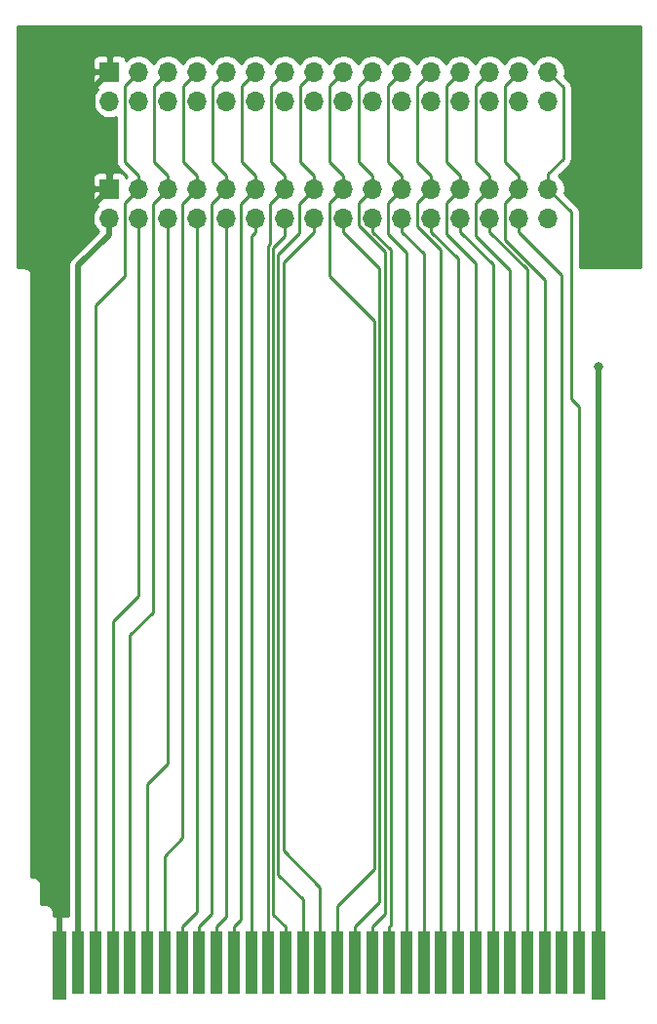
<source format=gtl>
%TF.GenerationSoftware,KiCad,Pcbnew,(5.1.10-1-10_14)*%
%TF.CreationDate,2023-04-29T19:49:45+08:00*%
%TF.ProjectId,GB_DevCartExtender_Mainboard,47425f44-6576-4436-9172-74457874656e,1.0*%
%TF.SameCoordinates,Original*%
%TF.FileFunction,Copper,L1,Top*%
%TF.FilePolarity,Positive*%
%FSLAX46Y46*%
G04 Gerber Fmt 4.6, Leading zero omitted, Abs format (unit mm)*
G04 Created by KiCad (PCBNEW (5.1.10-1-10_14)) date 2023-04-29 19:49:45*
%MOMM*%
%LPD*%
G01*
G04 APERTURE LIST*
%TA.AperFunction,ComponentPad*%
%ADD10O,1.700000X1.700000*%
%TD*%
%TA.AperFunction,ComponentPad*%
%ADD11R,1.700000X1.700000*%
%TD*%
%TA.AperFunction,ConnectorPad*%
%ADD12R,1.300000X6.000000*%
%TD*%
%TA.AperFunction,ConnectorPad*%
%ADD13R,1.000000X5.500000*%
%TD*%
%TA.AperFunction,ViaPad*%
%ADD14C,0.800000*%
%TD*%
%TA.AperFunction,Conductor*%
%ADD15C,0.500000*%
%TD*%
%TA.AperFunction,Conductor*%
%ADD16C,0.250000*%
%TD*%
%TA.AperFunction,Conductor*%
%ADD17C,0.254000*%
%TD*%
%TA.AperFunction,Conductor*%
%ADD18C,0.100000*%
%TD*%
G04 APERTURE END LIST*
D10*
%TO.P,J5,32*%
%TO.N,GND*%
X108650000Y-76500000D03*
%TO.P,J5,31*%
%TO.N,/AAudioIn*%
X108650000Y-73960000D03*
%TO.P,J5,30*%
%TO.N,/~ARST*%
X106110000Y-76500000D03*
%TO.P,J5,29*%
%TO.N,/AD7*%
X106110000Y-73960000D03*
%TO.P,J5,28*%
%TO.N,/AD6*%
X103570000Y-76500000D03*
%TO.P,J5,27*%
%TO.N,/AD5*%
X103570000Y-73960000D03*
%TO.P,J5,26*%
%TO.N,/AD4*%
X101030000Y-76500000D03*
%TO.P,J5,25*%
%TO.N,/AD3*%
X101030000Y-73960000D03*
%TO.P,J5,24*%
%TO.N,/AD2*%
X98490000Y-76500000D03*
%TO.P,J5,23*%
%TO.N,/AD1*%
X98490000Y-73960000D03*
%TO.P,J5,22*%
%TO.N,/AD0*%
X95950000Y-76500000D03*
%TO.P,J5,21*%
%TO.N,/AA15*%
X95950000Y-73960000D03*
%TO.P,J5,20*%
%TO.N,/AA14*%
X93410000Y-76500000D03*
%TO.P,J5,19*%
%TO.N,/AA13*%
X93410000Y-73960000D03*
%TO.P,J5,18*%
%TO.N,/AA12*%
X90870000Y-76500000D03*
%TO.P,J5,17*%
%TO.N,/AA11*%
X90870000Y-73960000D03*
%TO.P,J5,16*%
%TO.N,/AA10*%
X88330000Y-76500000D03*
%TO.P,J5,15*%
%TO.N,/AA9*%
X88330000Y-73960000D03*
%TO.P,J5,14*%
%TO.N,/AA8*%
X85790000Y-76500000D03*
%TO.P,J5,13*%
%TO.N,/AA7*%
X85790000Y-73960000D03*
%TO.P,J5,12*%
%TO.N,/AA6*%
X83250000Y-76500000D03*
%TO.P,J5,11*%
%TO.N,/AA5*%
X83250000Y-73960000D03*
%TO.P,J5,10*%
%TO.N,/AA4*%
X80710000Y-76500000D03*
%TO.P,J5,9*%
%TO.N,/AA3*%
X80710000Y-73960000D03*
%TO.P,J5,8*%
%TO.N,/AA2*%
X78170000Y-76500000D03*
%TO.P,J5,7*%
%TO.N,/AA1*%
X78170000Y-73960000D03*
%TO.P,J5,6*%
%TO.N,/AA0*%
X75630000Y-76500000D03*
%TO.P,J5,5*%
%TO.N,/~ASRAM_CS*%
X75630000Y-73960000D03*
%TO.P,J5,4*%
%TO.N,/~ARD*%
X73090000Y-76500000D03*
%TO.P,J5,3*%
%TO.N,/~AWR*%
X73090000Y-73960000D03*
%TO.P,J5,2*%
%TO.N,/ACLK*%
X70550000Y-76500000D03*
D11*
%TO.P,J5,1*%
%TO.N,+5V*%
X70550000Y-73960000D03*
%TD*%
D10*
%TO.P,J4,32*%
%TO.N,GND*%
X108650000Y-86660000D03*
%TO.P,J4,31*%
%TO.N,/AAudioIn*%
X108650000Y-84120000D03*
%TO.P,J4,30*%
%TO.N,/~ARST*%
X106110000Y-86660000D03*
%TO.P,J4,29*%
%TO.N,/AD7*%
X106110000Y-84120000D03*
%TO.P,J4,28*%
%TO.N,/AD6*%
X103570000Y-86660000D03*
%TO.P,J4,27*%
%TO.N,/AD5*%
X103570000Y-84120000D03*
%TO.P,J4,26*%
%TO.N,/AD4*%
X101030000Y-86660000D03*
%TO.P,J4,25*%
%TO.N,/AD3*%
X101030000Y-84120000D03*
%TO.P,J4,24*%
%TO.N,/AD2*%
X98490000Y-86660000D03*
%TO.P,J4,23*%
%TO.N,/AD1*%
X98490000Y-84120000D03*
%TO.P,J4,22*%
%TO.N,/AD0*%
X95950000Y-86660000D03*
%TO.P,J4,21*%
%TO.N,/AA15*%
X95950000Y-84120000D03*
%TO.P,J4,20*%
%TO.N,/AA14*%
X93410000Y-86660000D03*
%TO.P,J4,19*%
%TO.N,/AA13*%
X93410000Y-84120000D03*
%TO.P,J4,18*%
%TO.N,/AA12*%
X90870000Y-86660000D03*
%TO.P,J4,17*%
%TO.N,/AA11*%
X90870000Y-84120000D03*
%TO.P,J4,16*%
%TO.N,/AA10*%
X88330000Y-86660000D03*
%TO.P,J4,15*%
%TO.N,/AA9*%
X88330000Y-84120000D03*
%TO.P,J4,14*%
%TO.N,/AA8*%
X85790000Y-86660000D03*
%TO.P,J4,13*%
%TO.N,/AA7*%
X85790000Y-84120000D03*
%TO.P,J4,12*%
%TO.N,/AA6*%
X83250000Y-86660000D03*
%TO.P,J4,11*%
%TO.N,/AA5*%
X83250000Y-84120000D03*
%TO.P,J4,10*%
%TO.N,/AA4*%
X80710000Y-86660000D03*
%TO.P,J4,9*%
%TO.N,/AA3*%
X80710000Y-84120000D03*
%TO.P,J4,8*%
%TO.N,/AA2*%
X78170000Y-86660000D03*
%TO.P,J4,7*%
%TO.N,/AA1*%
X78170000Y-84120000D03*
%TO.P,J4,6*%
%TO.N,/AA0*%
X75630000Y-86660000D03*
%TO.P,J4,5*%
%TO.N,/~ASRAM_CS*%
X75630000Y-84120000D03*
%TO.P,J4,4*%
%TO.N,/~ARD*%
X73090000Y-86660000D03*
%TO.P,J4,3*%
%TO.N,/~AWR*%
X73090000Y-84120000D03*
%TO.P,J4,2*%
%TO.N,/ACLK*%
X70550000Y-86660000D03*
D11*
%TO.P,J4,1*%
%TO.N,+5V*%
X70550000Y-84120000D03*
%TD*%
D12*
%TO.P,J1,32*%
%TO.N,GND*%
X113000000Y-151500000D03*
D13*
%TO.P,J1,31*%
%TO.N,/AAudioIn*%
X111350000Y-151250000D03*
%TO.P,J1,30*%
%TO.N,/~ARST*%
X109850000Y-151250000D03*
%TO.P,J1,29*%
%TO.N,/AD7*%
X108350000Y-151250000D03*
%TO.P,J1,28*%
%TO.N,/AD6*%
X106850000Y-151250000D03*
%TO.P,J1,27*%
%TO.N,/AD5*%
X105350000Y-151250000D03*
%TO.P,J1,26*%
%TO.N,/AD4*%
X103850000Y-151250000D03*
%TO.P,J1,25*%
%TO.N,/AD3*%
X102350000Y-151250000D03*
%TO.P,J1,24*%
%TO.N,/AD2*%
X100850000Y-151250000D03*
%TO.P,J1,23*%
%TO.N,/AD1*%
X99350000Y-151250000D03*
%TO.P,J1,22*%
%TO.N,/AD0*%
X97850000Y-151250000D03*
%TO.P,J1,21*%
%TO.N,/AA15*%
X96350000Y-151250000D03*
%TO.P,J1,20*%
%TO.N,/AA14*%
X94850000Y-151250000D03*
%TO.P,J1,19*%
%TO.N,/AA13*%
X93350000Y-151250000D03*
%TO.P,J1,18*%
%TO.N,/AA12*%
X91850000Y-151250000D03*
%TO.P,J1,17*%
%TO.N,/AA11*%
X90350000Y-151250000D03*
%TO.P,J1,16*%
%TO.N,/AA10*%
X88850000Y-151250000D03*
%TO.P,J1,15*%
%TO.N,/AA9*%
X87350000Y-151250000D03*
%TO.P,J1,14*%
%TO.N,/AA8*%
X85850000Y-151250000D03*
%TO.P,J1,13*%
%TO.N,/AA7*%
X84350000Y-151250000D03*
%TO.P,J1,12*%
%TO.N,/AA6*%
X82850000Y-151250000D03*
%TO.P,J1,11*%
%TO.N,/AA5*%
X81350000Y-151250000D03*
%TO.P,J1,10*%
%TO.N,/AA4*%
X79850000Y-151250000D03*
%TO.P,J1,9*%
%TO.N,/AA3*%
X78350000Y-151250000D03*
%TO.P,J1,8*%
%TO.N,/AA2*%
X76850000Y-151250000D03*
%TO.P,J1,7*%
%TO.N,/AA1*%
X75350000Y-151250000D03*
%TO.P,J1,6*%
%TO.N,/AA0*%
X73850000Y-151250000D03*
%TO.P,J1,5*%
%TO.N,/~ASRAM_CS*%
X72350000Y-151250000D03*
%TO.P,J1,4*%
%TO.N,/~ARD*%
X70850000Y-151250000D03*
%TO.P,J1,3*%
%TO.N,/~AWR*%
X69350000Y-151250000D03*
%TO.P,J1,2*%
%TO.N,/ACLK*%
X67850000Y-151250000D03*
D12*
%TO.P,J1,1*%
%TO.N,+5V*%
X66200000Y-151500000D03*
%TD*%
D14*
%TO.N,GND*%
X113000000Y-99549300D03*
%TD*%
D15*
%TO.N,+5V*%
X70550000Y-84120000D02*
X70550000Y-82769900D01*
X70550000Y-82769900D02*
X69094300Y-81314200D01*
X69094300Y-81314200D02*
X69094300Y-75415700D01*
X69094300Y-75415700D02*
X70550000Y-73960000D01*
X66200000Y-151500000D02*
X66200000Y-88470000D01*
X66200000Y-88470000D02*
X70550000Y-84120000D01*
%TO.N,GND*%
X113000000Y-151500000D02*
X113000000Y-99549300D01*
D16*
%TO.N,/AAudioIn*%
X111350000Y-151250000D02*
X111350000Y-103037400D01*
X111350000Y-103037400D02*
X110641700Y-102329100D01*
X110641700Y-102329100D02*
X110641700Y-86111700D01*
X110641700Y-86111700D02*
X108650000Y-84120000D01*
X108650000Y-82824900D02*
X109955700Y-81519200D01*
X109955700Y-81519200D02*
X109955700Y-75265700D01*
X109955700Y-75265700D02*
X108650000Y-73960000D01*
X108650000Y-84120000D02*
X108650000Y-82824900D01*
%TO.N,/~ARST*%
X106110000Y-86660000D02*
X106110000Y-87835100D01*
X109850000Y-151250000D02*
X109850000Y-91575100D01*
X109850000Y-91575100D02*
X106110000Y-87835100D01*
%TO.N,/AD7*%
X104919400Y-81754300D02*
X106110000Y-82944900D01*
X106110000Y-82944900D02*
X106110000Y-84120000D01*
X104919400Y-75150600D02*
X104919400Y-81754300D01*
X106110000Y-73960000D02*
X104919400Y-75150600D01*
X108350000Y-148174900D02*
X108350000Y-151250000D01*
X108350000Y-91978400D02*
X108350000Y-148174900D01*
X104931800Y-88560200D02*
X108350000Y-91978400D01*
X104931800Y-85298200D02*
X104931800Y-88560200D01*
X106110000Y-84120000D02*
X104931800Y-85298200D01*
%TO.N,/AD6*%
X103570000Y-87835100D02*
X106850000Y-91115100D01*
X106850000Y-91115100D02*
X106850000Y-151250000D01*
X103570000Y-86660000D02*
X103570000Y-87835100D01*
%TO.N,/AD5*%
X103570000Y-82944900D02*
X103570000Y-84120000D01*
X102379400Y-81754300D02*
X103570000Y-82944900D01*
X102379400Y-75150600D02*
X102379400Y-81754300D01*
X103570000Y-73960000D02*
X102379400Y-75150600D01*
X105350000Y-91169000D02*
X105350000Y-151250000D01*
X102389900Y-85300100D02*
X102389900Y-88208900D01*
X102389900Y-88208900D02*
X105350000Y-91169000D01*
X103570000Y-84120000D02*
X102389900Y-85300100D01*
%TO.N,/AD4*%
X101030000Y-87835100D02*
X103850000Y-90655100D01*
X103850000Y-90655100D02*
X103850000Y-151250000D01*
X101030000Y-86660000D02*
X101030000Y-87247500D01*
X101030000Y-87366700D02*
X101030000Y-87835100D01*
X101030000Y-87247500D02*
X101030000Y-87366700D01*
%TO.N,/AD3*%
X101030000Y-82944900D02*
X101030000Y-84120000D01*
X99839400Y-81754300D02*
X101030000Y-82944900D01*
X99839400Y-75150600D02*
X99839400Y-81754300D01*
X101030000Y-73960000D02*
X99839400Y-75150600D01*
X102350000Y-90575400D02*
X102350000Y-151250000D01*
X99839400Y-88064800D02*
X102350000Y-90575400D01*
X99839400Y-85310600D02*
X99839400Y-88064800D01*
X101030000Y-84120000D02*
X99839400Y-85310600D01*
%TO.N,/AD2*%
X98490000Y-87835100D02*
X100850000Y-90195100D01*
X100850000Y-90195100D02*
X100850000Y-151250000D01*
X98490000Y-86660000D02*
X98490000Y-87835100D01*
%TO.N,/AD1*%
X97312200Y-87327100D02*
X99350000Y-89364900D01*
X99350000Y-89364900D02*
X99350000Y-151250000D01*
X98490000Y-82944900D02*
X98490000Y-84120000D01*
X97299400Y-81754300D02*
X98490000Y-82944900D01*
X97299400Y-75150600D02*
X97299400Y-81754300D01*
X98490000Y-73960000D02*
X97299400Y-75150600D01*
X97312200Y-85297800D02*
X97312200Y-87327100D01*
X98490000Y-84120000D02*
X97312200Y-85297800D01*
%TO.N,/AD0*%
X97850000Y-151250000D02*
X97850000Y-89735100D01*
X97850000Y-89735100D02*
X95950000Y-87835100D01*
X95950000Y-86660000D02*
X95950000Y-87835100D01*
%TO.N,/AA15*%
X95950000Y-82944900D02*
X95950000Y-84120000D01*
X94759400Y-81754300D02*
X95950000Y-82944900D01*
X94759400Y-75150600D02*
X94759400Y-81754300D01*
X95950000Y-73960000D02*
X94759400Y-75150600D01*
X96350000Y-89655400D02*
X96350000Y-151250000D01*
X94741000Y-88046400D02*
X96350000Y-89655400D01*
X94741000Y-85329000D02*
X94741000Y-88046400D01*
X95950000Y-84120000D02*
X94741000Y-85329000D01*
%TO.N,/AA14*%
X94850000Y-148174900D02*
X94962600Y-148062300D01*
X94962600Y-148062300D02*
X94962600Y-89387700D01*
X94962600Y-89387700D02*
X93410000Y-87835100D01*
X93410000Y-86660000D02*
X93410000Y-87835100D01*
X94850000Y-151250000D02*
X94850000Y-148174900D01*
%TO.N,/AA13*%
X92219400Y-81754300D02*
X93410000Y-82944900D01*
X93410000Y-82944900D02*
X93410000Y-84120000D01*
X92219400Y-75150600D02*
X92219400Y-81754300D01*
X93410000Y-73960000D02*
X92219400Y-75150600D01*
X93350000Y-148174900D02*
X93350000Y-151250000D01*
X94512400Y-147012500D02*
X93350000Y-148174900D01*
X92224300Y-85305700D02*
X92224300Y-87286100D01*
X94512400Y-89574200D02*
X94512400Y-147012500D01*
X92224300Y-87286100D02*
X94512400Y-89574200D01*
X93410000Y-84120000D02*
X92224300Y-85305700D01*
%TO.N,/AA12*%
X91850000Y-151250000D02*
X91850000Y-148174900D01*
X90870000Y-87835100D02*
X94023700Y-90988800D01*
X94023700Y-90988800D02*
X94023700Y-146001200D01*
X94023700Y-146001200D02*
X91850000Y-148174900D01*
X90870000Y-86660000D02*
X90870000Y-87835100D01*
%TO.N,/AA11*%
X90870000Y-82944900D02*
X90870000Y-84120000D01*
X89679400Y-81754300D02*
X90870000Y-82944900D01*
X89679400Y-75150600D02*
X89679400Y-81754300D01*
X90870000Y-73960000D02*
X89679400Y-75150600D01*
X93573500Y-143112800D02*
X90350000Y-146336300D01*
X89679400Y-91646100D02*
X93573500Y-95540200D01*
X90350000Y-146336300D02*
X90350000Y-151250000D01*
X89679400Y-85310600D02*
X89679400Y-91646100D01*
X93573500Y-95540200D02*
X93573500Y-143112800D01*
X90870000Y-84120000D02*
X89679400Y-85310600D01*
%TO.N,/AA10*%
X88330000Y-86660000D02*
X88330000Y-87835100D01*
X88850000Y-151250000D02*
X88850000Y-144735500D01*
X88850000Y-144735500D02*
X85673100Y-141558600D01*
X85673100Y-141558600D02*
X85673100Y-90492000D01*
X85673100Y-90492000D02*
X88330000Y-87835100D01*
%TO.N,/AA9*%
X87139400Y-81754300D02*
X88330000Y-82944900D01*
X88330000Y-82944900D02*
X88330000Y-84120000D01*
X87139400Y-75150600D02*
X87139400Y-81754300D01*
X88330000Y-73960000D02*
X87139400Y-75150600D01*
X87350000Y-145788300D02*
X87350000Y-151250000D01*
X87060000Y-87985400D02*
X85218000Y-89827400D01*
X87060000Y-85390000D02*
X87060000Y-87985400D01*
X85218000Y-143656300D02*
X87350000Y-145788300D01*
X85218000Y-89827400D02*
X85218000Y-143656300D01*
X88330000Y-84120000D02*
X87060000Y-85390000D01*
%TO.N,/AA8*%
X85790000Y-87835100D02*
X85790000Y-88238300D01*
X85790000Y-88238300D02*
X84767800Y-89260500D01*
X84767800Y-89260500D02*
X84767800Y-147092700D01*
X84767800Y-147092700D02*
X85850000Y-148174900D01*
X85850000Y-151250000D02*
X85850000Y-148174900D01*
X85790000Y-86660000D02*
X85790000Y-87835100D01*
%TO.N,/AA7*%
X85790000Y-82944900D02*
X85790000Y-84120000D01*
X84599400Y-81754300D02*
X85790000Y-82944900D01*
X84599400Y-75150600D02*
X84599400Y-81754300D01*
X85790000Y-73960000D02*
X84599400Y-75150600D01*
X84317700Y-148142600D02*
X84350000Y-148174900D01*
X84350000Y-148174900D02*
X84350000Y-151250000D01*
X84317700Y-89074000D02*
X84317700Y-148142600D01*
X84520000Y-88871700D02*
X84317700Y-89074000D01*
X84520000Y-85390000D02*
X84520000Y-88871700D01*
X85790000Y-84120000D02*
X84520000Y-85390000D01*
%TO.N,/AA6*%
X83250000Y-86660000D02*
X83250000Y-87835100D01*
X82850000Y-151250000D02*
X82850000Y-88235100D01*
X82850000Y-88235100D02*
X83250000Y-87835100D01*
%TO.N,/AA5*%
X83250000Y-82944900D02*
X83250000Y-84120000D01*
X82059400Y-81754300D02*
X83250000Y-82944900D01*
X82059400Y-75150600D02*
X82059400Y-81754300D01*
X83250000Y-73960000D02*
X82059400Y-75150600D01*
X81350000Y-148174900D02*
X81350000Y-151250000D01*
X81980000Y-147544900D02*
X81350000Y-148174900D01*
X81980000Y-85390000D02*
X81980000Y-147544900D01*
X83250000Y-84120000D02*
X81980000Y-85390000D01*
%TO.N,/AA4*%
X79850000Y-151250000D02*
X79850000Y-148174900D01*
X79850000Y-148174900D02*
X80710000Y-147314900D01*
X80710000Y-147314900D02*
X80710000Y-86660000D01*
%TO.N,/AA3*%
X80710000Y-82944900D02*
X80710000Y-84120000D01*
X79519400Y-81754300D02*
X80710000Y-82944900D01*
X79519400Y-75150600D02*
X79519400Y-81754300D01*
X80710000Y-73960000D02*
X79519400Y-75150600D01*
X78350000Y-148174900D02*
X78350000Y-151250000D01*
X79440000Y-147084900D02*
X78350000Y-148174900D01*
X79440000Y-85390000D02*
X79440000Y-147084900D01*
X80710000Y-84120000D02*
X79440000Y-85390000D01*
%TO.N,/AA2*%
X76850000Y-151250000D02*
X76850000Y-148174900D01*
X76850000Y-148174900D02*
X78170000Y-146854900D01*
X78170000Y-146854900D02*
X78170000Y-86660000D01*
%TO.N,/AA1*%
X78170000Y-84120000D02*
X78170000Y-82944900D01*
X78170000Y-82944900D02*
X76979400Y-81754300D01*
X76979400Y-75150600D02*
X76979400Y-81754300D01*
X78170000Y-73960000D02*
X76979400Y-75150600D01*
X75350000Y-142032200D02*
X75350000Y-151250000D01*
X76900000Y-140482200D02*
X75350000Y-142032200D01*
X76900000Y-85390000D02*
X76900000Y-140482200D01*
X78170000Y-84120000D02*
X76900000Y-85390000D01*
%TO.N,/AA0*%
X73850000Y-151250000D02*
X73850000Y-135792000D01*
X73850000Y-135792000D02*
X75630000Y-134012000D01*
X75630000Y-134012000D02*
X75630000Y-86660000D01*
%TO.N,/~ASRAM_CS*%
X75630000Y-82944900D02*
X75630000Y-84120000D01*
X74439400Y-81754300D02*
X75630000Y-82944900D01*
X74439400Y-75150600D02*
X74439400Y-81754300D01*
X75630000Y-73960000D02*
X74439400Y-75150600D01*
X72350000Y-122876400D02*
X72350000Y-151250000D01*
X74360000Y-120866400D02*
X72350000Y-122876400D01*
X74360000Y-85390000D02*
X74360000Y-120866400D01*
X75630000Y-84120000D02*
X74360000Y-85390000D01*
%TO.N,/~ARD*%
X70850000Y-151250000D02*
X70850000Y-121685000D01*
X70850000Y-121685000D02*
X73090000Y-119445000D01*
X73090000Y-119445000D02*
X73090000Y-86660000D01*
%TO.N,/~AWR*%
X73090000Y-82944900D02*
X73090000Y-84120000D01*
X71904800Y-81759700D02*
X73090000Y-82944900D01*
X71904800Y-75145200D02*
X71904800Y-81759700D01*
X73090000Y-73960000D02*
X71904800Y-75145200D01*
X69350000Y-94229400D02*
X69350000Y-151250000D01*
X71904800Y-91674600D02*
X69350000Y-94229400D01*
X71904800Y-85305200D02*
X71904800Y-91674600D01*
X73090000Y-84120000D02*
X71904800Y-85305200D01*
D15*
%TO.N,/ACLK*%
X70550000Y-86660000D02*
X70550000Y-88080100D01*
X67850000Y-90780100D02*
X70550000Y-88080100D01*
X67850000Y-151250000D02*
X67850000Y-90780100D01*
%TD*%
D17*
%TO.N,+5V*%
X116665001Y-90915000D02*
X111401700Y-90915000D01*
X111401700Y-86149022D01*
X111405376Y-86111699D01*
X111401700Y-86074376D01*
X111401700Y-86074367D01*
X111390703Y-85962714D01*
X111347246Y-85819453D01*
X111295410Y-85722476D01*
X111276674Y-85687423D01*
X111205499Y-85600697D01*
X111181701Y-85571699D01*
X111152703Y-85547901D01*
X110091209Y-84486408D01*
X110135000Y-84266260D01*
X110135000Y-83973740D01*
X110077932Y-83686842D01*
X109965990Y-83416589D01*
X109803475Y-83173368D01*
X109596632Y-82966525D01*
X109588566Y-82961135D01*
X110466704Y-82082998D01*
X110495701Y-82059201D01*
X110590674Y-81943476D01*
X110661246Y-81811447D01*
X110704703Y-81668186D01*
X110715700Y-81556533D01*
X110715700Y-81556525D01*
X110719376Y-81519200D01*
X110715700Y-81481875D01*
X110715700Y-75303025D01*
X110719376Y-75265700D01*
X110715700Y-75228375D01*
X110715700Y-75228367D01*
X110704703Y-75116714D01*
X110661246Y-74973453D01*
X110590674Y-74841424D01*
X110495701Y-74725699D01*
X110466703Y-74701901D01*
X110091210Y-74326408D01*
X110135000Y-74106260D01*
X110135000Y-73813740D01*
X110077932Y-73526842D01*
X109965990Y-73256589D01*
X109803475Y-73013368D01*
X109596632Y-72806525D01*
X109353411Y-72644010D01*
X109083158Y-72532068D01*
X108796260Y-72475000D01*
X108503740Y-72475000D01*
X108216842Y-72532068D01*
X107946589Y-72644010D01*
X107703368Y-72806525D01*
X107496525Y-73013368D01*
X107380000Y-73187760D01*
X107263475Y-73013368D01*
X107056632Y-72806525D01*
X106813411Y-72644010D01*
X106543158Y-72532068D01*
X106256260Y-72475000D01*
X105963740Y-72475000D01*
X105676842Y-72532068D01*
X105406589Y-72644010D01*
X105163368Y-72806525D01*
X104956525Y-73013368D01*
X104840000Y-73187760D01*
X104723475Y-73013368D01*
X104516632Y-72806525D01*
X104273411Y-72644010D01*
X104003158Y-72532068D01*
X103716260Y-72475000D01*
X103423740Y-72475000D01*
X103136842Y-72532068D01*
X102866589Y-72644010D01*
X102623368Y-72806525D01*
X102416525Y-73013368D01*
X102300000Y-73187760D01*
X102183475Y-73013368D01*
X101976632Y-72806525D01*
X101733411Y-72644010D01*
X101463158Y-72532068D01*
X101176260Y-72475000D01*
X100883740Y-72475000D01*
X100596842Y-72532068D01*
X100326589Y-72644010D01*
X100083368Y-72806525D01*
X99876525Y-73013368D01*
X99760000Y-73187760D01*
X99643475Y-73013368D01*
X99436632Y-72806525D01*
X99193411Y-72644010D01*
X98923158Y-72532068D01*
X98636260Y-72475000D01*
X98343740Y-72475000D01*
X98056842Y-72532068D01*
X97786589Y-72644010D01*
X97543368Y-72806525D01*
X97336525Y-73013368D01*
X97220000Y-73187760D01*
X97103475Y-73013368D01*
X96896632Y-72806525D01*
X96653411Y-72644010D01*
X96383158Y-72532068D01*
X96096260Y-72475000D01*
X95803740Y-72475000D01*
X95516842Y-72532068D01*
X95246589Y-72644010D01*
X95003368Y-72806525D01*
X94796525Y-73013368D01*
X94680000Y-73187760D01*
X94563475Y-73013368D01*
X94356632Y-72806525D01*
X94113411Y-72644010D01*
X93843158Y-72532068D01*
X93556260Y-72475000D01*
X93263740Y-72475000D01*
X92976842Y-72532068D01*
X92706589Y-72644010D01*
X92463368Y-72806525D01*
X92256525Y-73013368D01*
X92140000Y-73187760D01*
X92023475Y-73013368D01*
X91816632Y-72806525D01*
X91573411Y-72644010D01*
X91303158Y-72532068D01*
X91016260Y-72475000D01*
X90723740Y-72475000D01*
X90436842Y-72532068D01*
X90166589Y-72644010D01*
X89923368Y-72806525D01*
X89716525Y-73013368D01*
X89600000Y-73187760D01*
X89483475Y-73013368D01*
X89276632Y-72806525D01*
X89033411Y-72644010D01*
X88763158Y-72532068D01*
X88476260Y-72475000D01*
X88183740Y-72475000D01*
X87896842Y-72532068D01*
X87626589Y-72644010D01*
X87383368Y-72806525D01*
X87176525Y-73013368D01*
X87060000Y-73187760D01*
X86943475Y-73013368D01*
X86736632Y-72806525D01*
X86493411Y-72644010D01*
X86223158Y-72532068D01*
X85936260Y-72475000D01*
X85643740Y-72475000D01*
X85356842Y-72532068D01*
X85086589Y-72644010D01*
X84843368Y-72806525D01*
X84636525Y-73013368D01*
X84520000Y-73187760D01*
X84403475Y-73013368D01*
X84196632Y-72806525D01*
X83953411Y-72644010D01*
X83683158Y-72532068D01*
X83396260Y-72475000D01*
X83103740Y-72475000D01*
X82816842Y-72532068D01*
X82546589Y-72644010D01*
X82303368Y-72806525D01*
X82096525Y-73013368D01*
X81980000Y-73187760D01*
X81863475Y-73013368D01*
X81656632Y-72806525D01*
X81413411Y-72644010D01*
X81143158Y-72532068D01*
X80856260Y-72475000D01*
X80563740Y-72475000D01*
X80276842Y-72532068D01*
X80006589Y-72644010D01*
X79763368Y-72806525D01*
X79556525Y-73013368D01*
X79440000Y-73187760D01*
X79323475Y-73013368D01*
X79116632Y-72806525D01*
X78873411Y-72644010D01*
X78603158Y-72532068D01*
X78316260Y-72475000D01*
X78023740Y-72475000D01*
X77736842Y-72532068D01*
X77466589Y-72644010D01*
X77223368Y-72806525D01*
X77016525Y-73013368D01*
X76900000Y-73187760D01*
X76783475Y-73013368D01*
X76576632Y-72806525D01*
X76333411Y-72644010D01*
X76063158Y-72532068D01*
X75776260Y-72475000D01*
X75483740Y-72475000D01*
X75196842Y-72532068D01*
X74926589Y-72644010D01*
X74683368Y-72806525D01*
X74476525Y-73013368D01*
X74360000Y-73187760D01*
X74243475Y-73013368D01*
X74036632Y-72806525D01*
X73793411Y-72644010D01*
X73523158Y-72532068D01*
X73236260Y-72475000D01*
X72943740Y-72475000D01*
X72656842Y-72532068D01*
X72386589Y-72644010D01*
X72143368Y-72806525D01*
X72011513Y-72938380D01*
X71989502Y-72865820D01*
X71930537Y-72755506D01*
X71851185Y-72658815D01*
X71754494Y-72579463D01*
X71644180Y-72520498D01*
X71524482Y-72484188D01*
X71400000Y-72471928D01*
X70835750Y-72475000D01*
X70677000Y-72633750D01*
X70677000Y-73833000D01*
X70697000Y-73833000D01*
X70697000Y-74087000D01*
X70677000Y-74087000D01*
X70677000Y-74107000D01*
X70423000Y-74107000D01*
X70423000Y-74087000D01*
X69223750Y-74087000D01*
X69065000Y-74245750D01*
X69061928Y-74810000D01*
X69074188Y-74934482D01*
X69110498Y-75054180D01*
X69169463Y-75164494D01*
X69248815Y-75261185D01*
X69345506Y-75340537D01*
X69455820Y-75399502D01*
X69528380Y-75421513D01*
X69396525Y-75553368D01*
X69234010Y-75796589D01*
X69122068Y-76066842D01*
X69065000Y-76353740D01*
X69065000Y-76646260D01*
X69122068Y-76933158D01*
X69234010Y-77203411D01*
X69396525Y-77446632D01*
X69603368Y-77653475D01*
X69846589Y-77815990D01*
X70116842Y-77927932D01*
X70403740Y-77985000D01*
X70696260Y-77985000D01*
X70983158Y-77927932D01*
X71144800Y-77860978D01*
X71144801Y-81722368D01*
X71141124Y-81759700D01*
X71155798Y-81908685D01*
X71199254Y-82051946D01*
X71269826Y-82183976D01*
X71336569Y-82265302D01*
X71364800Y-82299701D01*
X71393798Y-82323499D01*
X72090096Y-83019797D01*
X72011513Y-83098380D01*
X71989502Y-83025820D01*
X71930537Y-82915506D01*
X71851185Y-82818815D01*
X71754494Y-82739463D01*
X71644180Y-82680498D01*
X71524482Y-82644188D01*
X71400000Y-82631928D01*
X70835750Y-82635000D01*
X70677000Y-82793750D01*
X70677000Y-83993000D01*
X70697000Y-83993000D01*
X70697000Y-84247000D01*
X70677000Y-84247000D01*
X70677000Y-84267000D01*
X70423000Y-84267000D01*
X70423000Y-84247000D01*
X69223750Y-84247000D01*
X69065000Y-84405750D01*
X69061928Y-84970000D01*
X69074188Y-85094482D01*
X69110498Y-85214180D01*
X69169463Y-85324494D01*
X69248815Y-85421185D01*
X69345506Y-85500537D01*
X69455820Y-85559502D01*
X69528380Y-85581513D01*
X69396525Y-85713368D01*
X69234010Y-85956589D01*
X69122068Y-86226842D01*
X69065000Y-86513740D01*
X69065000Y-86806260D01*
X69122068Y-87093158D01*
X69234010Y-87363411D01*
X69396525Y-87606632D01*
X69584207Y-87794314D01*
X67254951Y-90123571D01*
X67221184Y-90151283D01*
X67193471Y-90185051D01*
X67193468Y-90185054D01*
X67110590Y-90286041D01*
X67028412Y-90439787D01*
X66977805Y-90606610D01*
X66960719Y-90780100D01*
X66965001Y-90823579D01*
X66965000Y-147193000D01*
X65685000Y-147193000D01*
X65685000Y-146933646D01*
X65688314Y-146900000D01*
X65675088Y-146765717D01*
X65635919Y-146636594D01*
X65572312Y-146517593D01*
X65486711Y-146413289D01*
X65382407Y-146327688D01*
X65263406Y-146264081D01*
X65134283Y-146224912D01*
X65033647Y-146215000D01*
X65000000Y-146211686D01*
X64966353Y-146215000D01*
X64585000Y-146215000D01*
X64585000Y-144533646D01*
X64588314Y-144500000D01*
X64575088Y-144365717D01*
X64535919Y-144236594D01*
X64472312Y-144117593D01*
X64386711Y-144013289D01*
X64282407Y-143927688D01*
X64163406Y-143864081D01*
X64034283Y-143824912D01*
X63933647Y-143815000D01*
X63900000Y-143811686D01*
X63866353Y-143815000D01*
X63785000Y-143815000D01*
X63785000Y-91633646D01*
X63788314Y-91600000D01*
X63778181Y-91497115D01*
X63775088Y-91465717D01*
X63735919Y-91336594D01*
X63672312Y-91217593D01*
X63586711Y-91113289D01*
X63482407Y-91027688D01*
X63363406Y-90964081D01*
X63234283Y-90924912D01*
X63100000Y-90911686D01*
X63066353Y-90915000D01*
X62535000Y-90915000D01*
X62535000Y-83270000D01*
X69061928Y-83270000D01*
X69065000Y-83834250D01*
X69223750Y-83993000D01*
X70423000Y-83993000D01*
X70423000Y-82793750D01*
X70264250Y-82635000D01*
X69700000Y-82631928D01*
X69575518Y-82644188D01*
X69455820Y-82680498D01*
X69345506Y-82739463D01*
X69248815Y-82818815D01*
X69169463Y-82915506D01*
X69110498Y-83025820D01*
X69074188Y-83145518D01*
X69061928Y-83270000D01*
X62535000Y-83270000D01*
X62535000Y-73110000D01*
X69061928Y-73110000D01*
X69065000Y-73674250D01*
X69223750Y-73833000D01*
X70423000Y-73833000D01*
X70423000Y-72633750D01*
X70264250Y-72475000D01*
X69700000Y-72471928D01*
X69575518Y-72484188D01*
X69455820Y-72520498D01*
X69345506Y-72579463D01*
X69248815Y-72658815D01*
X69169463Y-72755506D01*
X69110498Y-72865820D01*
X69074188Y-72985518D01*
X69061928Y-73110000D01*
X62535000Y-73110000D01*
X62535000Y-69977000D01*
X116665000Y-69977000D01*
X116665001Y-90915000D01*
%TA.AperFunction,Conductor*%
D18*
G36*
X116665001Y-90915000D02*
G01*
X111401700Y-90915000D01*
X111401700Y-86149022D01*
X111405376Y-86111699D01*
X111401700Y-86074376D01*
X111401700Y-86074367D01*
X111390703Y-85962714D01*
X111347246Y-85819453D01*
X111295410Y-85722476D01*
X111276674Y-85687423D01*
X111205499Y-85600697D01*
X111181701Y-85571699D01*
X111152703Y-85547901D01*
X110091209Y-84486408D01*
X110135000Y-84266260D01*
X110135000Y-83973740D01*
X110077932Y-83686842D01*
X109965990Y-83416589D01*
X109803475Y-83173368D01*
X109596632Y-82966525D01*
X109588566Y-82961135D01*
X110466704Y-82082998D01*
X110495701Y-82059201D01*
X110590674Y-81943476D01*
X110661246Y-81811447D01*
X110704703Y-81668186D01*
X110715700Y-81556533D01*
X110715700Y-81556525D01*
X110719376Y-81519200D01*
X110715700Y-81481875D01*
X110715700Y-75303025D01*
X110719376Y-75265700D01*
X110715700Y-75228375D01*
X110715700Y-75228367D01*
X110704703Y-75116714D01*
X110661246Y-74973453D01*
X110590674Y-74841424D01*
X110495701Y-74725699D01*
X110466703Y-74701901D01*
X110091210Y-74326408D01*
X110135000Y-74106260D01*
X110135000Y-73813740D01*
X110077932Y-73526842D01*
X109965990Y-73256589D01*
X109803475Y-73013368D01*
X109596632Y-72806525D01*
X109353411Y-72644010D01*
X109083158Y-72532068D01*
X108796260Y-72475000D01*
X108503740Y-72475000D01*
X108216842Y-72532068D01*
X107946589Y-72644010D01*
X107703368Y-72806525D01*
X107496525Y-73013368D01*
X107380000Y-73187760D01*
X107263475Y-73013368D01*
X107056632Y-72806525D01*
X106813411Y-72644010D01*
X106543158Y-72532068D01*
X106256260Y-72475000D01*
X105963740Y-72475000D01*
X105676842Y-72532068D01*
X105406589Y-72644010D01*
X105163368Y-72806525D01*
X104956525Y-73013368D01*
X104840000Y-73187760D01*
X104723475Y-73013368D01*
X104516632Y-72806525D01*
X104273411Y-72644010D01*
X104003158Y-72532068D01*
X103716260Y-72475000D01*
X103423740Y-72475000D01*
X103136842Y-72532068D01*
X102866589Y-72644010D01*
X102623368Y-72806525D01*
X102416525Y-73013368D01*
X102300000Y-73187760D01*
X102183475Y-73013368D01*
X101976632Y-72806525D01*
X101733411Y-72644010D01*
X101463158Y-72532068D01*
X101176260Y-72475000D01*
X100883740Y-72475000D01*
X100596842Y-72532068D01*
X100326589Y-72644010D01*
X100083368Y-72806525D01*
X99876525Y-73013368D01*
X99760000Y-73187760D01*
X99643475Y-73013368D01*
X99436632Y-72806525D01*
X99193411Y-72644010D01*
X98923158Y-72532068D01*
X98636260Y-72475000D01*
X98343740Y-72475000D01*
X98056842Y-72532068D01*
X97786589Y-72644010D01*
X97543368Y-72806525D01*
X97336525Y-73013368D01*
X97220000Y-73187760D01*
X97103475Y-73013368D01*
X96896632Y-72806525D01*
X96653411Y-72644010D01*
X96383158Y-72532068D01*
X96096260Y-72475000D01*
X95803740Y-72475000D01*
X95516842Y-72532068D01*
X95246589Y-72644010D01*
X95003368Y-72806525D01*
X94796525Y-73013368D01*
X94680000Y-73187760D01*
X94563475Y-73013368D01*
X94356632Y-72806525D01*
X94113411Y-72644010D01*
X93843158Y-72532068D01*
X93556260Y-72475000D01*
X93263740Y-72475000D01*
X92976842Y-72532068D01*
X92706589Y-72644010D01*
X92463368Y-72806525D01*
X92256525Y-73013368D01*
X92140000Y-73187760D01*
X92023475Y-73013368D01*
X91816632Y-72806525D01*
X91573411Y-72644010D01*
X91303158Y-72532068D01*
X91016260Y-72475000D01*
X90723740Y-72475000D01*
X90436842Y-72532068D01*
X90166589Y-72644010D01*
X89923368Y-72806525D01*
X89716525Y-73013368D01*
X89600000Y-73187760D01*
X89483475Y-73013368D01*
X89276632Y-72806525D01*
X89033411Y-72644010D01*
X88763158Y-72532068D01*
X88476260Y-72475000D01*
X88183740Y-72475000D01*
X87896842Y-72532068D01*
X87626589Y-72644010D01*
X87383368Y-72806525D01*
X87176525Y-73013368D01*
X87060000Y-73187760D01*
X86943475Y-73013368D01*
X86736632Y-72806525D01*
X86493411Y-72644010D01*
X86223158Y-72532068D01*
X85936260Y-72475000D01*
X85643740Y-72475000D01*
X85356842Y-72532068D01*
X85086589Y-72644010D01*
X84843368Y-72806525D01*
X84636525Y-73013368D01*
X84520000Y-73187760D01*
X84403475Y-73013368D01*
X84196632Y-72806525D01*
X83953411Y-72644010D01*
X83683158Y-72532068D01*
X83396260Y-72475000D01*
X83103740Y-72475000D01*
X82816842Y-72532068D01*
X82546589Y-72644010D01*
X82303368Y-72806525D01*
X82096525Y-73013368D01*
X81980000Y-73187760D01*
X81863475Y-73013368D01*
X81656632Y-72806525D01*
X81413411Y-72644010D01*
X81143158Y-72532068D01*
X80856260Y-72475000D01*
X80563740Y-72475000D01*
X80276842Y-72532068D01*
X80006589Y-72644010D01*
X79763368Y-72806525D01*
X79556525Y-73013368D01*
X79440000Y-73187760D01*
X79323475Y-73013368D01*
X79116632Y-72806525D01*
X78873411Y-72644010D01*
X78603158Y-72532068D01*
X78316260Y-72475000D01*
X78023740Y-72475000D01*
X77736842Y-72532068D01*
X77466589Y-72644010D01*
X77223368Y-72806525D01*
X77016525Y-73013368D01*
X76900000Y-73187760D01*
X76783475Y-73013368D01*
X76576632Y-72806525D01*
X76333411Y-72644010D01*
X76063158Y-72532068D01*
X75776260Y-72475000D01*
X75483740Y-72475000D01*
X75196842Y-72532068D01*
X74926589Y-72644010D01*
X74683368Y-72806525D01*
X74476525Y-73013368D01*
X74360000Y-73187760D01*
X74243475Y-73013368D01*
X74036632Y-72806525D01*
X73793411Y-72644010D01*
X73523158Y-72532068D01*
X73236260Y-72475000D01*
X72943740Y-72475000D01*
X72656842Y-72532068D01*
X72386589Y-72644010D01*
X72143368Y-72806525D01*
X72011513Y-72938380D01*
X71989502Y-72865820D01*
X71930537Y-72755506D01*
X71851185Y-72658815D01*
X71754494Y-72579463D01*
X71644180Y-72520498D01*
X71524482Y-72484188D01*
X71400000Y-72471928D01*
X70835750Y-72475000D01*
X70677000Y-72633750D01*
X70677000Y-73833000D01*
X70697000Y-73833000D01*
X70697000Y-74087000D01*
X70677000Y-74087000D01*
X70677000Y-74107000D01*
X70423000Y-74107000D01*
X70423000Y-74087000D01*
X69223750Y-74087000D01*
X69065000Y-74245750D01*
X69061928Y-74810000D01*
X69074188Y-74934482D01*
X69110498Y-75054180D01*
X69169463Y-75164494D01*
X69248815Y-75261185D01*
X69345506Y-75340537D01*
X69455820Y-75399502D01*
X69528380Y-75421513D01*
X69396525Y-75553368D01*
X69234010Y-75796589D01*
X69122068Y-76066842D01*
X69065000Y-76353740D01*
X69065000Y-76646260D01*
X69122068Y-76933158D01*
X69234010Y-77203411D01*
X69396525Y-77446632D01*
X69603368Y-77653475D01*
X69846589Y-77815990D01*
X70116842Y-77927932D01*
X70403740Y-77985000D01*
X70696260Y-77985000D01*
X70983158Y-77927932D01*
X71144800Y-77860978D01*
X71144801Y-81722368D01*
X71141124Y-81759700D01*
X71155798Y-81908685D01*
X71199254Y-82051946D01*
X71269826Y-82183976D01*
X71336569Y-82265302D01*
X71364800Y-82299701D01*
X71393798Y-82323499D01*
X72090096Y-83019797D01*
X72011513Y-83098380D01*
X71989502Y-83025820D01*
X71930537Y-82915506D01*
X71851185Y-82818815D01*
X71754494Y-82739463D01*
X71644180Y-82680498D01*
X71524482Y-82644188D01*
X71400000Y-82631928D01*
X70835750Y-82635000D01*
X70677000Y-82793750D01*
X70677000Y-83993000D01*
X70697000Y-83993000D01*
X70697000Y-84247000D01*
X70677000Y-84247000D01*
X70677000Y-84267000D01*
X70423000Y-84267000D01*
X70423000Y-84247000D01*
X69223750Y-84247000D01*
X69065000Y-84405750D01*
X69061928Y-84970000D01*
X69074188Y-85094482D01*
X69110498Y-85214180D01*
X69169463Y-85324494D01*
X69248815Y-85421185D01*
X69345506Y-85500537D01*
X69455820Y-85559502D01*
X69528380Y-85581513D01*
X69396525Y-85713368D01*
X69234010Y-85956589D01*
X69122068Y-86226842D01*
X69065000Y-86513740D01*
X69065000Y-86806260D01*
X69122068Y-87093158D01*
X69234010Y-87363411D01*
X69396525Y-87606632D01*
X69584207Y-87794314D01*
X67254951Y-90123571D01*
X67221184Y-90151283D01*
X67193471Y-90185051D01*
X67193468Y-90185054D01*
X67110590Y-90286041D01*
X67028412Y-90439787D01*
X66977805Y-90606610D01*
X66960719Y-90780100D01*
X66965001Y-90823579D01*
X66965000Y-147193000D01*
X65685000Y-147193000D01*
X65685000Y-146933646D01*
X65688314Y-146900000D01*
X65675088Y-146765717D01*
X65635919Y-146636594D01*
X65572312Y-146517593D01*
X65486711Y-146413289D01*
X65382407Y-146327688D01*
X65263406Y-146264081D01*
X65134283Y-146224912D01*
X65033647Y-146215000D01*
X65000000Y-146211686D01*
X64966353Y-146215000D01*
X64585000Y-146215000D01*
X64585000Y-144533646D01*
X64588314Y-144500000D01*
X64575088Y-144365717D01*
X64535919Y-144236594D01*
X64472312Y-144117593D01*
X64386711Y-144013289D01*
X64282407Y-143927688D01*
X64163406Y-143864081D01*
X64034283Y-143824912D01*
X63933647Y-143815000D01*
X63900000Y-143811686D01*
X63866353Y-143815000D01*
X63785000Y-143815000D01*
X63785000Y-91633646D01*
X63788314Y-91600000D01*
X63778181Y-91497115D01*
X63775088Y-91465717D01*
X63735919Y-91336594D01*
X63672312Y-91217593D01*
X63586711Y-91113289D01*
X63482407Y-91027688D01*
X63363406Y-90964081D01*
X63234283Y-90924912D01*
X63100000Y-90911686D01*
X63066353Y-90915000D01*
X62535000Y-90915000D01*
X62535000Y-83270000D01*
X69061928Y-83270000D01*
X69065000Y-83834250D01*
X69223750Y-83993000D01*
X70423000Y-83993000D01*
X70423000Y-82793750D01*
X70264250Y-82635000D01*
X69700000Y-82631928D01*
X69575518Y-82644188D01*
X69455820Y-82680498D01*
X69345506Y-82739463D01*
X69248815Y-82818815D01*
X69169463Y-82915506D01*
X69110498Y-83025820D01*
X69074188Y-83145518D01*
X69061928Y-83270000D01*
X62535000Y-83270000D01*
X62535000Y-73110000D01*
X69061928Y-73110000D01*
X69065000Y-73674250D01*
X69223750Y-73833000D01*
X70423000Y-73833000D01*
X70423000Y-72633750D01*
X70264250Y-72475000D01*
X69700000Y-72471928D01*
X69575518Y-72484188D01*
X69455820Y-72520498D01*
X69345506Y-72579463D01*
X69248815Y-72658815D01*
X69169463Y-72755506D01*
X69110498Y-72865820D01*
X69074188Y-72985518D01*
X69061928Y-73110000D01*
X62535000Y-73110000D01*
X62535000Y-69977000D01*
X116665000Y-69977000D01*
X116665001Y-90915000D01*
G37*
%TD.AperFunction*%
%TD*%
M02*

</source>
